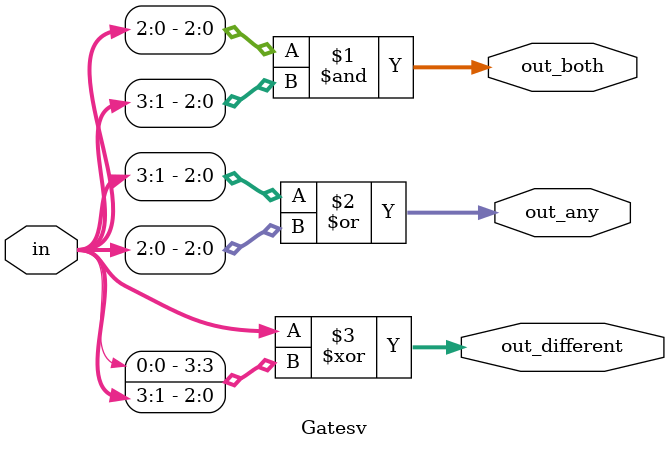
<source format=v>
module Gatesv (
    input  [3:0] in           ,
    output [2:0] out_both     ,
    output [3:1] out_any      ,
    output [3:0] out_different
);

    // wire [4:0] in_warp;
    // reg  [3:0] i      ;
    // always @(in) begin
    //     for (i = 0; i<3; i=i+1) begin
    //         out_both[i] <= (in[i] & in[i+1]);
    //     end
    // end

    // always @(in) begin
    //     for (i = 0; i<3; i=i+1) begin
    //         out_any[i+1] <= in[i+1] | in[i];
    //     end
    // end

    // assign in_warp = {in[0],in};
    // always @(in) begin
    //     for (i = 0; i<4; i=i+1) begin
    //         out_different[i] <= (in_warp[i] ^ in_warp[i+1]);
    //     end
    // end
    assign out_both      = in[2:0] & in[3:1];
    assign out_any       = in[3:1] | in[2:0];
    assign out_different = in[3:0] ^ {in[0], in[3:1]};
endmodule

</source>
